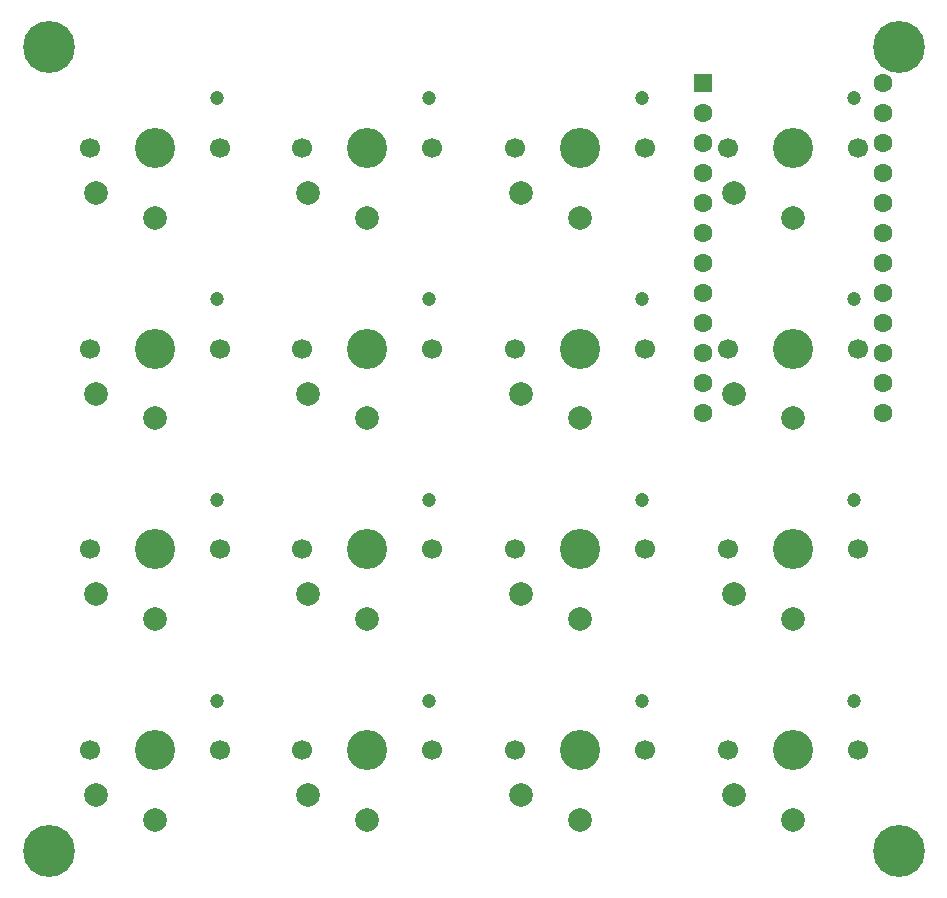
<source format=gbr>
%TF.GenerationSoftware,KiCad,Pcbnew,(7.0.0-rc1-156-g4c5a344629)*%
%TF.CreationDate,2023-03-07T17:57:50+10:30*%
%TF.ProjectId,4x4,3478342e-6b69-4636-9164-5f7063625858,rev?*%
%TF.SameCoordinates,Original*%
%TF.FileFunction,Soldermask,Bot*%
%TF.FilePolarity,Negative*%
%FSLAX46Y46*%
G04 Gerber Fmt 4.6, Leading zero omitted, Abs format (unit mm)*
G04 Created by KiCad (PCBNEW (7.0.0-rc1-156-g4c5a344629)) date 2023-03-07 17:57:50*
%MOMM*%
%LPD*%
G01*
G04 APERTURE LIST*
%ADD10C,0.700000*%
%ADD11C,4.400000*%
%ADD12C,1.700000*%
%ADD13C,3.400000*%
%ADD14C,1.200000*%
%ADD15C,2.000000*%
%ADD16R,1.600000X1.600000*%
%ADD17C,1.600000*%
G04 APERTURE END LIST*
D10*
%TO.C,REF\u002A\u002A*%
X103850010Y-5666668D03*
X104333284Y-4499942D03*
X104333284Y-6833394D03*
X105500010Y-4016668D03*
D11*
X105500010Y-5666668D03*
D10*
X105500010Y-7316668D03*
X106666736Y-4499942D03*
X106666736Y-6833394D03*
X107150010Y-5666668D03*
%TD*%
%TO.C,REF\u002A\u002A*%
X35150010Y-73666684D03*
X34666736Y-74833410D03*
X34666736Y-72499958D03*
X33500010Y-75316684D03*
D11*
X33500010Y-73666684D03*
D10*
X33500010Y-72016684D03*
X32333284Y-74833410D03*
X32333284Y-72499958D03*
X31850010Y-73666684D03*
%TD*%
%TO.C,REF\u002A\u002A*%
X31850010Y-5666668D03*
X32333284Y-4499942D03*
X32333284Y-6833394D03*
X33500010Y-4016668D03*
D11*
X33500010Y-5666668D03*
D10*
X33500010Y-7316668D03*
X34666736Y-4499942D03*
X34666736Y-6833394D03*
X35150010Y-5666668D03*
%TD*%
%TO.C,REF\u002A\u002A*%
X103850010Y-73666684D03*
X104333284Y-72499958D03*
X104333284Y-74833410D03*
X105500010Y-72016684D03*
D11*
X105500010Y-73666684D03*
D10*
X105500010Y-75316684D03*
X106666736Y-72499958D03*
X106666736Y-74833410D03*
X107150010Y-73666684D03*
%TD*%
D12*
%TO.C,SW13*%
X91000010Y-14166670D03*
D13*
X96500010Y-14166670D03*
D14*
X101720010Y-9966670D03*
D12*
X102000010Y-14166670D03*
D15*
X91500010Y-17966670D03*
X96500010Y-20066670D03*
%TD*%
D12*
%TO.C,SW11*%
X73000010Y-48166678D03*
D13*
X78500010Y-48166678D03*
D14*
X83720010Y-43966678D03*
D12*
X84000010Y-48166678D03*
D15*
X73500010Y-51966678D03*
X78500010Y-54066678D03*
%TD*%
D12*
%TO.C,SW2*%
X37000010Y-31166674D03*
D13*
X42500010Y-31166674D03*
D14*
X47720010Y-26966674D03*
D12*
X48000010Y-31166674D03*
D15*
X37500010Y-34966674D03*
X42500010Y-37066674D03*
%TD*%
D12*
%TO.C,SW5*%
X55000010Y-14166670D03*
D13*
X60500010Y-14166670D03*
D14*
X65720010Y-9966670D03*
D12*
X66000010Y-14166670D03*
D15*
X55500010Y-17966670D03*
X60500010Y-20066670D03*
%TD*%
D12*
%TO.C,SW4*%
X37000010Y-65166682D03*
D13*
X42500010Y-65166682D03*
D14*
X47720010Y-60966682D03*
D12*
X48000010Y-65166682D03*
D15*
X37500010Y-68966682D03*
X42500010Y-71066682D03*
%TD*%
D12*
%TO.C,SW3*%
X37000010Y-48166678D03*
D13*
X42500010Y-48166678D03*
D14*
X47720010Y-43966678D03*
D12*
X48000010Y-48166678D03*
D15*
X37500010Y-51966678D03*
X42500010Y-54066678D03*
%TD*%
D12*
%TO.C,SW14*%
X91000010Y-31166674D03*
D13*
X96500010Y-31166674D03*
D14*
X101720010Y-26966674D03*
D12*
X102000010Y-31166674D03*
D15*
X91500010Y-34966674D03*
X96500010Y-37066674D03*
%TD*%
D12*
%TO.C,SW1*%
X37000010Y-14166670D03*
D13*
X42500010Y-14166670D03*
D14*
X47720010Y-9966670D03*
D12*
X48000010Y-14166670D03*
D15*
X37500010Y-17966670D03*
X42500010Y-20066670D03*
%TD*%
D12*
%TO.C,SW16*%
X91000010Y-65166682D03*
D13*
X96500010Y-65166682D03*
D14*
X101720010Y-60966682D03*
D12*
X102000010Y-65166682D03*
D15*
X91500010Y-68966682D03*
X96500010Y-71066682D03*
%TD*%
D12*
%TO.C,SW12*%
X73000010Y-65166682D03*
D13*
X78500010Y-65166682D03*
D14*
X83720010Y-60966682D03*
D12*
X84000010Y-65166682D03*
D15*
X73500010Y-68966682D03*
X78500010Y-71066682D03*
%TD*%
D12*
%TO.C,SW8*%
X55000010Y-65166682D03*
D13*
X60500010Y-65166682D03*
D14*
X65720010Y-60966682D03*
D12*
X66000010Y-65166682D03*
D15*
X55500010Y-68966682D03*
X60500010Y-71066682D03*
%TD*%
D12*
%TO.C,SW15*%
X91000010Y-48166678D03*
D13*
X96500010Y-48166678D03*
D14*
X101720010Y-43966678D03*
D12*
X102000010Y-48166678D03*
D15*
X91500010Y-51966678D03*
X96500010Y-54066678D03*
%TD*%
D12*
%TO.C,SW9*%
X73000010Y-14166670D03*
D13*
X78500010Y-14166670D03*
D14*
X83720010Y-9966670D03*
D12*
X84000010Y-14166670D03*
D15*
X73500010Y-17966670D03*
X78500010Y-20066670D03*
%TD*%
D12*
%TO.C,SW7*%
X55000010Y-48166678D03*
D13*
X60500010Y-48166678D03*
D14*
X65720010Y-43966678D03*
D12*
X66000010Y-48166678D03*
D15*
X55500010Y-51966678D03*
X60500010Y-54066678D03*
%TD*%
D12*
%TO.C,SW10*%
X73000010Y-31166674D03*
D13*
X78500010Y-31166674D03*
D14*
X83720010Y-26966674D03*
D12*
X84000010Y-31166674D03*
D15*
X73500010Y-34966674D03*
X78500010Y-37066674D03*
%TD*%
D12*
%TO.C,SW6*%
X55000010Y-31166674D03*
D13*
X60500010Y-31166674D03*
D14*
X65720010Y-26966674D03*
D12*
X66000010Y-31166674D03*
D15*
X55500010Y-34966674D03*
X60500010Y-37066674D03*
%TD*%
D16*
%TO.C,U1*%
X88880009Y-8696671D03*
D17*
X88880010Y-11236672D03*
X88880010Y-13776672D03*
X88880010Y-16316672D03*
X88880010Y-18856672D03*
X88880010Y-21396672D03*
X88880010Y-23936672D03*
X88880010Y-26476672D03*
X88880010Y-29016672D03*
X88880010Y-31556672D03*
X88880010Y-34096672D03*
X88880010Y-36636672D03*
X104120010Y-36636672D03*
X104120010Y-34096672D03*
X104120010Y-31556672D03*
X104120010Y-29016672D03*
X104120010Y-26476672D03*
X104120010Y-23936672D03*
X104120010Y-21396672D03*
X104120010Y-18856672D03*
X104120010Y-16316672D03*
X104120010Y-13776672D03*
X104120010Y-11236672D03*
X104120010Y-8696672D03*
%TD*%
M02*

</source>
